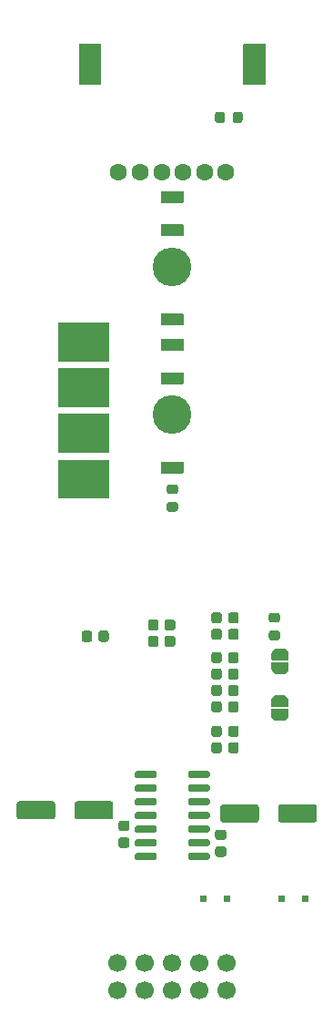
<source format=gbr>
%TF.GenerationSoftware,KiCad,Pcbnew,5.1.7-a382d34a8~88~ubuntu18.04.1*%
%TF.CreationDate,2021-10-27T00:47:39-07:00*%
%TF.ProjectId,cv-extractor,63762d65-7874-4726-9163-746f722e6b69,rev?*%
%TF.SameCoordinates,Original*%
%TF.FileFunction,Soldermask,Bot*%
%TF.FilePolarity,Negative*%
%FSLAX46Y46*%
G04 Gerber Fmt 4.6, Leading zero omitted, Abs format (unit mm)*
G04 Created by KiCad (PCBNEW 5.1.7-a382d34a8~88~ubuntu18.04.1) date 2021-10-27 00:47:39*
%MOMM*%
%LPD*%
G01*
G04 APERTURE LIST*
%ADD10C,3.600000*%
%ADD11C,1.600000*%
%ADD12C,1.700200*%
%ADD13C,0.100000*%
G04 APERTURE END LIST*
D10*
%TO.C,J2*%
X100000000Y-62750000D03*
G36*
G01*
X101050000Y-67170000D02*
X101050000Y-68170000D01*
G75*
G02*
X101000000Y-68220000I-50000J0D01*
G01*
X99000000Y-68220000D01*
G75*
G02*
X98950000Y-68170000I0J50000D01*
G01*
X98950000Y-67170000D01*
G75*
G02*
X99000000Y-67120000I50000J0D01*
G01*
X101000000Y-67120000D01*
G75*
G02*
X101050000Y-67170000I0J-50000D01*
G01*
G37*
G36*
G01*
X101050000Y-58870000D02*
X101050000Y-59870000D01*
G75*
G02*
X101000000Y-59920000I-50000J0D01*
G01*
X99000000Y-59920000D01*
G75*
G02*
X98950000Y-59870000I0J50000D01*
G01*
X98950000Y-58870000D01*
G75*
G02*
X99000000Y-58820000I50000J0D01*
G01*
X101000000Y-58820000D01*
G75*
G02*
X101050000Y-58870000I0J-50000D01*
G01*
G37*
G36*
G01*
X101050000Y-55770000D02*
X101050000Y-56770000D01*
G75*
G02*
X101000000Y-56820000I-50000J0D01*
G01*
X99000000Y-56820000D01*
G75*
G02*
X98950000Y-56770000I0J50000D01*
G01*
X98950000Y-55770000D01*
G75*
G02*
X99000000Y-55720000I50000J0D01*
G01*
X101000000Y-55720000D01*
G75*
G02*
X101050000Y-55770000I0J-50000D01*
G01*
G37*
%TD*%
%TO.C,RV1*%
G36*
G01*
X106600000Y-32050000D02*
X106600000Y-28350000D01*
G75*
G02*
X106650000Y-28300000I50000J0D01*
G01*
X108650000Y-28300000D01*
G75*
G02*
X108700000Y-28350000I0J-50000D01*
G01*
X108700000Y-32050000D01*
G75*
G02*
X108650000Y-32100000I-50000J0D01*
G01*
X106650000Y-32100000D01*
G75*
G02*
X106600000Y-32050000I0J50000D01*
G01*
G37*
D11*
X105000000Y-40200000D03*
X103000000Y-40200000D03*
X101000000Y-40200000D03*
X99000000Y-40200000D03*
X97000000Y-40200000D03*
X95000000Y-40200000D03*
G36*
G01*
X91300000Y-32050000D02*
X91300000Y-28350000D01*
G75*
G02*
X91350000Y-28300000I50000J0D01*
G01*
X93350000Y-28300000D01*
G75*
G02*
X93400000Y-28350000I0J-50000D01*
G01*
X93400000Y-32050000D01*
G75*
G02*
X93350000Y-32100000I-50000J0D01*
G01*
X91350000Y-32100000D01*
G75*
G02*
X91300000Y-32050000I0J50000D01*
G01*
G37*
%TD*%
%TO.C,C7*%
G36*
G01*
X109850000Y-100406375D02*
X109850000Y-99237625D01*
G75*
G02*
X110115625Y-98972000I265625J0D01*
G01*
X113184375Y-98972000D01*
G75*
G02*
X113450000Y-99237625I0J-265625D01*
G01*
X113450000Y-100406375D01*
G75*
G02*
X113184375Y-100672000I-265625J0D01*
G01*
X110115625Y-100672000D01*
G75*
G02*
X109850000Y-100406375I0J265625D01*
G01*
G37*
G36*
G01*
X104450000Y-100406375D02*
X104450000Y-99237625D01*
G75*
G02*
X104715625Y-98972000I265625J0D01*
G01*
X107784375Y-98972000D01*
G75*
G02*
X108050000Y-99237625I0J-265625D01*
G01*
X108050000Y-100406375D01*
G75*
G02*
X107784375Y-100672000I-265625J0D01*
G01*
X104715625Y-100672000D01*
G75*
G02*
X104450000Y-100406375I0J265625D01*
G01*
G37*
%TD*%
%TO.C,C8*%
G36*
G01*
X90900000Y-100109375D02*
X90900000Y-98940625D01*
G75*
G02*
X91165625Y-98675000I265625J0D01*
G01*
X94234375Y-98675000D01*
G75*
G02*
X94500000Y-98940625I0J-265625D01*
G01*
X94500000Y-100109375D01*
G75*
G02*
X94234375Y-100375000I-265625J0D01*
G01*
X91165625Y-100375000D01*
G75*
G02*
X90900000Y-100109375I0J265625D01*
G01*
G37*
G36*
G01*
X85500000Y-100109375D02*
X85500000Y-98940625D01*
G75*
G02*
X85765625Y-98675000I265625J0D01*
G01*
X88834375Y-98675000D01*
G75*
G02*
X89100000Y-98940625I0J-265625D01*
G01*
X89100000Y-100109375D01*
G75*
G02*
X88834375Y-100375000I-265625J0D01*
G01*
X85765625Y-100375000D01*
G75*
G02*
X85500000Y-100109375I0J265625D01*
G01*
G37*
%TD*%
%TO.C,C9*%
G36*
G01*
X104781250Y-102290500D02*
X104218750Y-102290500D01*
G75*
G02*
X103975000Y-102046750I0J243750D01*
G01*
X103975000Y-101559250D01*
G75*
G02*
X104218750Y-101315500I243750J0D01*
G01*
X104781250Y-101315500D01*
G75*
G02*
X105025000Y-101559250I0J-243750D01*
G01*
X105025000Y-102046750D01*
G75*
G02*
X104781250Y-102290500I-243750J0D01*
G01*
G37*
G36*
G01*
X104781250Y-103865500D02*
X104218750Y-103865500D01*
G75*
G02*
X103975000Y-103621750I0J243750D01*
G01*
X103975000Y-103134250D01*
G75*
G02*
X104218750Y-102890500I243750J0D01*
G01*
X104781250Y-102890500D01*
G75*
G02*
X105025000Y-103134250I0J-243750D01*
G01*
X105025000Y-103621750D01*
G75*
G02*
X104781250Y-103865500I-243750J0D01*
G01*
G37*
%TD*%
%TO.C,C10*%
G36*
G01*
X95218750Y-102050000D02*
X95781250Y-102050000D01*
G75*
G02*
X96025000Y-102293750I0J-243750D01*
G01*
X96025000Y-102781250D01*
G75*
G02*
X95781250Y-103025000I-243750J0D01*
G01*
X95218750Y-103025000D01*
G75*
G02*
X94975000Y-102781250I0J243750D01*
G01*
X94975000Y-102293750D01*
G75*
G02*
X95218750Y-102050000I243750J0D01*
G01*
G37*
G36*
G01*
X95218750Y-100475000D02*
X95781250Y-100475000D01*
G75*
G02*
X96025000Y-100718750I0J-243750D01*
G01*
X96025000Y-101206250D01*
G75*
G02*
X95781250Y-101450000I-243750J0D01*
G01*
X95218750Y-101450000D01*
G75*
G02*
X94975000Y-101206250I0J243750D01*
G01*
X94975000Y-100718750D01*
G75*
G02*
X95218750Y-100475000I243750J0D01*
G01*
G37*
%TD*%
D10*
%TO.C,J1*%
X100000000Y-49000000D03*
G36*
G01*
X101050000Y-53420000D02*
X101050000Y-54420000D01*
G75*
G02*
X101000000Y-54470000I-50000J0D01*
G01*
X99000000Y-54470000D01*
G75*
G02*
X98950000Y-54420000I0J50000D01*
G01*
X98950000Y-53420000D01*
G75*
G02*
X99000000Y-53370000I50000J0D01*
G01*
X101000000Y-53370000D01*
G75*
G02*
X101050000Y-53420000I0J-50000D01*
G01*
G37*
G36*
G01*
X101050000Y-45120000D02*
X101050000Y-46120000D01*
G75*
G02*
X101000000Y-46170000I-50000J0D01*
G01*
X99000000Y-46170000D01*
G75*
G02*
X98950000Y-46120000I0J50000D01*
G01*
X98950000Y-45120000D01*
G75*
G02*
X99000000Y-45070000I50000J0D01*
G01*
X101000000Y-45070000D01*
G75*
G02*
X101050000Y-45120000I0J-50000D01*
G01*
G37*
G36*
G01*
X101050000Y-42020000D02*
X101050000Y-43020000D01*
G75*
G02*
X101000000Y-43070000I-50000J0D01*
G01*
X99000000Y-43070000D01*
G75*
G02*
X98950000Y-43020000I0J50000D01*
G01*
X98950000Y-42020000D01*
G75*
G02*
X99000000Y-41970000I50000J0D01*
G01*
X101000000Y-41970000D01*
G75*
G02*
X101050000Y-42020000I0J-50000D01*
G01*
G37*
%TD*%
D12*
%TO.C,J3*%
X105080000Y-116270000D03*
X105080000Y-113730000D03*
X102540000Y-116270000D03*
X102540000Y-113730000D03*
X100000000Y-116270000D03*
X100000000Y-113730000D03*
X97460000Y-116270000D03*
X97460000Y-113730000D03*
X94920000Y-116270000D03*
X94920000Y-113730000D03*
%TD*%
%TO.C,R1*%
G36*
G01*
X104602000Y-93432750D02*
X104602000Y-93995250D01*
G75*
G02*
X104358250Y-94239000I-243750J0D01*
G01*
X103870750Y-94239000D01*
G75*
G02*
X103627000Y-93995250I0J243750D01*
G01*
X103627000Y-93432750D01*
G75*
G02*
X103870750Y-93189000I243750J0D01*
G01*
X104358250Y-93189000D01*
G75*
G02*
X104602000Y-93432750I0J-243750D01*
G01*
G37*
G36*
G01*
X106177000Y-93432750D02*
X106177000Y-93995250D01*
G75*
G02*
X105933250Y-94239000I-243750J0D01*
G01*
X105445750Y-94239000D01*
G75*
G02*
X105202000Y-93995250I0J243750D01*
G01*
X105202000Y-93432750D01*
G75*
G02*
X105445750Y-93189000I243750J0D01*
G01*
X105933250Y-93189000D01*
G75*
G02*
X106177000Y-93432750I0J-243750D01*
G01*
G37*
%TD*%
%TO.C,R2*%
G36*
G01*
X105202000Y-92471250D02*
X105202000Y-91908750D01*
G75*
G02*
X105445750Y-91665000I243750J0D01*
G01*
X105933250Y-91665000D01*
G75*
G02*
X106177000Y-91908750I0J-243750D01*
G01*
X106177000Y-92471250D01*
G75*
G02*
X105933250Y-92715000I-243750J0D01*
G01*
X105445750Y-92715000D01*
G75*
G02*
X105202000Y-92471250I0J243750D01*
G01*
G37*
G36*
G01*
X103627000Y-92471250D02*
X103627000Y-91908750D01*
G75*
G02*
X103870750Y-91665000I243750J0D01*
G01*
X104358250Y-91665000D01*
G75*
G02*
X104602000Y-91908750I0J-243750D01*
G01*
X104602000Y-92471250D01*
G75*
G02*
X104358250Y-92715000I-243750J0D01*
G01*
X103870750Y-92715000D01*
G75*
G02*
X103627000Y-92471250I0J243750D01*
G01*
G37*
%TD*%
%TO.C,R3*%
G36*
G01*
X105202000Y-90197250D02*
X105202000Y-89634750D01*
G75*
G02*
X105445750Y-89391000I243750J0D01*
G01*
X105933250Y-89391000D01*
G75*
G02*
X106177000Y-89634750I0J-243750D01*
G01*
X106177000Y-90197250D01*
G75*
G02*
X105933250Y-90441000I-243750J0D01*
G01*
X105445750Y-90441000D01*
G75*
G02*
X105202000Y-90197250I0J243750D01*
G01*
G37*
G36*
G01*
X103627000Y-90197250D02*
X103627000Y-89634750D01*
G75*
G02*
X103870750Y-89391000I243750J0D01*
G01*
X104358250Y-89391000D01*
G75*
G02*
X104602000Y-89634750I0J-243750D01*
G01*
X104602000Y-90197250D01*
G75*
G02*
X104358250Y-90441000I-243750J0D01*
G01*
X103870750Y-90441000D01*
G75*
G02*
X103627000Y-90197250I0J243750D01*
G01*
G37*
%TD*%
%TO.C,R4*%
G36*
G01*
X105202000Y-88673250D02*
X105202000Y-88110750D01*
G75*
G02*
X105445750Y-87867000I243750J0D01*
G01*
X105933250Y-87867000D01*
G75*
G02*
X106177000Y-88110750I0J-243750D01*
G01*
X106177000Y-88673250D01*
G75*
G02*
X105933250Y-88917000I-243750J0D01*
G01*
X105445750Y-88917000D01*
G75*
G02*
X105202000Y-88673250I0J243750D01*
G01*
G37*
G36*
G01*
X103627000Y-88673250D02*
X103627000Y-88110750D01*
G75*
G02*
X103870750Y-87867000I243750J0D01*
G01*
X104358250Y-87867000D01*
G75*
G02*
X104602000Y-88110750I0J-243750D01*
G01*
X104602000Y-88673250D01*
G75*
G02*
X104358250Y-88917000I-243750J0D01*
G01*
X103870750Y-88917000D01*
G75*
G02*
X103627000Y-88673250I0J243750D01*
G01*
G37*
%TD*%
%TO.C,R5*%
G36*
G01*
X105202000Y-87149250D02*
X105202000Y-86586750D01*
G75*
G02*
X105445750Y-86343000I243750J0D01*
G01*
X105933250Y-86343000D01*
G75*
G02*
X106177000Y-86586750I0J-243750D01*
G01*
X106177000Y-87149250D01*
G75*
G02*
X105933250Y-87393000I-243750J0D01*
G01*
X105445750Y-87393000D01*
G75*
G02*
X105202000Y-87149250I0J243750D01*
G01*
G37*
G36*
G01*
X103627000Y-87149250D02*
X103627000Y-86586750D01*
G75*
G02*
X103870750Y-86343000I243750J0D01*
G01*
X104358250Y-86343000D01*
G75*
G02*
X104602000Y-86586750I0J-243750D01*
G01*
X104602000Y-87149250D01*
G75*
G02*
X104358250Y-87393000I-243750J0D01*
G01*
X103870750Y-87393000D01*
G75*
G02*
X103627000Y-87149250I0J243750D01*
G01*
G37*
%TD*%
%TO.C,R6*%
G36*
G01*
X104602000Y-85062750D02*
X104602000Y-85625250D01*
G75*
G02*
X104358250Y-85869000I-243750J0D01*
G01*
X103870750Y-85869000D01*
G75*
G02*
X103627000Y-85625250I0J243750D01*
G01*
X103627000Y-85062750D01*
G75*
G02*
X103870750Y-84819000I243750J0D01*
G01*
X104358250Y-84819000D01*
G75*
G02*
X104602000Y-85062750I0J-243750D01*
G01*
G37*
G36*
G01*
X106177000Y-85062750D02*
X106177000Y-85625250D01*
G75*
G02*
X105933250Y-85869000I-243750J0D01*
G01*
X105445750Y-85869000D01*
G75*
G02*
X105202000Y-85625250I0J243750D01*
G01*
X105202000Y-85062750D01*
G75*
G02*
X105445750Y-84819000I243750J0D01*
G01*
X105933250Y-84819000D01*
G75*
G02*
X106177000Y-85062750I0J-243750D01*
G01*
G37*
%TD*%
%TO.C,R7*%
G36*
G01*
X105202000Y-83451250D02*
X105202000Y-82888750D01*
G75*
G02*
X105445750Y-82645000I243750J0D01*
G01*
X105933250Y-82645000D01*
G75*
G02*
X106177000Y-82888750I0J-243750D01*
G01*
X106177000Y-83451250D01*
G75*
G02*
X105933250Y-83695000I-243750J0D01*
G01*
X105445750Y-83695000D01*
G75*
G02*
X105202000Y-83451250I0J243750D01*
G01*
G37*
G36*
G01*
X103627000Y-83451250D02*
X103627000Y-82888750D01*
G75*
G02*
X103870750Y-82645000I243750J0D01*
G01*
X104358250Y-82645000D01*
G75*
G02*
X104602000Y-82888750I0J-243750D01*
G01*
X104602000Y-83451250D01*
G75*
G02*
X104358250Y-83695000I-243750J0D01*
G01*
X103870750Y-83695000D01*
G75*
G02*
X103627000Y-83451250I0J243750D01*
G01*
G37*
%TD*%
%TO.C,R8*%
G36*
G01*
X105202000Y-81927250D02*
X105202000Y-81364750D01*
G75*
G02*
X105445750Y-81121000I243750J0D01*
G01*
X105933250Y-81121000D01*
G75*
G02*
X106177000Y-81364750I0J-243750D01*
G01*
X106177000Y-81927250D01*
G75*
G02*
X105933250Y-82171000I-243750J0D01*
G01*
X105445750Y-82171000D01*
G75*
G02*
X105202000Y-81927250I0J243750D01*
G01*
G37*
G36*
G01*
X103627000Y-81927250D02*
X103627000Y-81364750D01*
G75*
G02*
X103870750Y-81121000I243750J0D01*
G01*
X104358250Y-81121000D01*
G75*
G02*
X104602000Y-81364750I0J-243750D01*
G01*
X104602000Y-81927250D01*
G75*
G02*
X104358250Y-82171000I-243750J0D01*
G01*
X103870750Y-82171000D01*
G75*
G02*
X103627000Y-81927250I0J243750D01*
G01*
G37*
%TD*%
%TO.C,U1*%
G36*
G01*
X98550000Y-96015000D02*
X98550000Y-96365000D01*
G75*
G02*
X98375000Y-96540000I-175000J0D01*
G01*
X96675000Y-96540000D01*
G75*
G02*
X96500000Y-96365000I0J175000D01*
G01*
X96500000Y-96015000D01*
G75*
G02*
X96675000Y-95840000I175000J0D01*
G01*
X98375000Y-95840000D01*
G75*
G02*
X98550000Y-96015000I0J-175000D01*
G01*
G37*
G36*
G01*
X98550000Y-97285000D02*
X98550000Y-97635000D01*
G75*
G02*
X98375000Y-97810000I-175000J0D01*
G01*
X96675000Y-97810000D01*
G75*
G02*
X96500000Y-97635000I0J175000D01*
G01*
X96500000Y-97285000D01*
G75*
G02*
X96675000Y-97110000I175000J0D01*
G01*
X98375000Y-97110000D01*
G75*
G02*
X98550000Y-97285000I0J-175000D01*
G01*
G37*
G36*
G01*
X98550000Y-98555000D02*
X98550000Y-98905000D01*
G75*
G02*
X98375000Y-99080000I-175000J0D01*
G01*
X96675000Y-99080000D01*
G75*
G02*
X96500000Y-98905000I0J175000D01*
G01*
X96500000Y-98555000D01*
G75*
G02*
X96675000Y-98380000I175000J0D01*
G01*
X98375000Y-98380000D01*
G75*
G02*
X98550000Y-98555000I0J-175000D01*
G01*
G37*
G36*
G01*
X98550000Y-99825000D02*
X98550000Y-100175000D01*
G75*
G02*
X98375000Y-100350000I-175000J0D01*
G01*
X96675000Y-100350000D01*
G75*
G02*
X96500000Y-100175000I0J175000D01*
G01*
X96500000Y-99825000D01*
G75*
G02*
X96675000Y-99650000I175000J0D01*
G01*
X98375000Y-99650000D01*
G75*
G02*
X98550000Y-99825000I0J-175000D01*
G01*
G37*
G36*
G01*
X98550000Y-101095000D02*
X98550000Y-101445000D01*
G75*
G02*
X98375000Y-101620000I-175000J0D01*
G01*
X96675000Y-101620000D01*
G75*
G02*
X96500000Y-101445000I0J175000D01*
G01*
X96500000Y-101095000D01*
G75*
G02*
X96675000Y-100920000I175000J0D01*
G01*
X98375000Y-100920000D01*
G75*
G02*
X98550000Y-101095000I0J-175000D01*
G01*
G37*
G36*
G01*
X98550000Y-102365000D02*
X98550000Y-102715000D01*
G75*
G02*
X98375000Y-102890000I-175000J0D01*
G01*
X96675000Y-102890000D01*
G75*
G02*
X96500000Y-102715000I0J175000D01*
G01*
X96500000Y-102365000D01*
G75*
G02*
X96675000Y-102190000I175000J0D01*
G01*
X98375000Y-102190000D01*
G75*
G02*
X98550000Y-102365000I0J-175000D01*
G01*
G37*
G36*
G01*
X98550000Y-103635000D02*
X98550000Y-103985000D01*
G75*
G02*
X98375000Y-104160000I-175000J0D01*
G01*
X96675000Y-104160000D01*
G75*
G02*
X96500000Y-103985000I0J175000D01*
G01*
X96500000Y-103635000D01*
G75*
G02*
X96675000Y-103460000I175000J0D01*
G01*
X98375000Y-103460000D01*
G75*
G02*
X98550000Y-103635000I0J-175000D01*
G01*
G37*
G36*
G01*
X103500000Y-103635000D02*
X103500000Y-103985000D01*
G75*
G02*
X103325000Y-104160000I-175000J0D01*
G01*
X101625000Y-104160000D01*
G75*
G02*
X101450000Y-103985000I0J175000D01*
G01*
X101450000Y-103635000D01*
G75*
G02*
X101625000Y-103460000I175000J0D01*
G01*
X103325000Y-103460000D01*
G75*
G02*
X103500000Y-103635000I0J-175000D01*
G01*
G37*
G36*
G01*
X103500000Y-102365000D02*
X103500000Y-102715000D01*
G75*
G02*
X103325000Y-102890000I-175000J0D01*
G01*
X101625000Y-102890000D01*
G75*
G02*
X101450000Y-102715000I0J175000D01*
G01*
X101450000Y-102365000D01*
G75*
G02*
X101625000Y-102190000I175000J0D01*
G01*
X103325000Y-102190000D01*
G75*
G02*
X103500000Y-102365000I0J-175000D01*
G01*
G37*
G36*
G01*
X103500000Y-101095000D02*
X103500000Y-101445000D01*
G75*
G02*
X103325000Y-101620000I-175000J0D01*
G01*
X101625000Y-101620000D01*
G75*
G02*
X101450000Y-101445000I0J175000D01*
G01*
X101450000Y-101095000D01*
G75*
G02*
X101625000Y-100920000I175000J0D01*
G01*
X103325000Y-100920000D01*
G75*
G02*
X103500000Y-101095000I0J-175000D01*
G01*
G37*
G36*
G01*
X103500000Y-99825000D02*
X103500000Y-100175000D01*
G75*
G02*
X103325000Y-100350000I-175000J0D01*
G01*
X101625000Y-100350000D01*
G75*
G02*
X101450000Y-100175000I0J175000D01*
G01*
X101450000Y-99825000D01*
G75*
G02*
X101625000Y-99650000I175000J0D01*
G01*
X103325000Y-99650000D01*
G75*
G02*
X103500000Y-99825000I0J-175000D01*
G01*
G37*
G36*
G01*
X103500000Y-98555000D02*
X103500000Y-98905000D01*
G75*
G02*
X103325000Y-99080000I-175000J0D01*
G01*
X101625000Y-99080000D01*
G75*
G02*
X101450000Y-98905000I0J175000D01*
G01*
X101450000Y-98555000D01*
G75*
G02*
X101625000Y-98380000I175000J0D01*
G01*
X103325000Y-98380000D01*
G75*
G02*
X103500000Y-98555000I0J-175000D01*
G01*
G37*
G36*
G01*
X103500000Y-97285000D02*
X103500000Y-97635000D01*
G75*
G02*
X103325000Y-97810000I-175000J0D01*
G01*
X101625000Y-97810000D01*
G75*
G02*
X101450000Y-97635000I0J175000D01*
G01*
X101450000Y-97285000D01*
G75*
G02*
X101625000Y-97110000I175000J0D01*
G01*
X103325000Y-97110000D01*
G75*
G02*
X103500000Y-97285000I0J-175000D01*
G01*
G37*
G36*
G01*
X103500000Y-96015000D02*
X103500000Y-96365000D01*
G75*
G02*
X103325000Y-96540000I-175000J0D01*
G01*
X101625000Y-96540000D01*
G75*
G02*
X101450000Y-96365000I0J175000D01*
G01*
X101450000Y-96015000D01*
G75*
G02*
X101625000Y-95840000I175000J0D01*
G01*
X103325000Y-95840000D01*
G75*
G02*
X103500000Y-96015000I0J-175000D01*
G01*
G37*
%TD*%
%TO.C,C1*%
G36*
G01*
X94100000Y-83075000D02*
X94100000Y-83625000D01*
G75*
G02*
X93850000Y-83875000I-250000J0D01*
G01*
X93350000Y-83875000D01*
G75*
G02*
X93100000Y-83625000I0J250000D01*
G01*
X93100000Y-83075000D01*
G75*
G02*
X93350000Y-82825000I250000J0D01*
G01*
X93850000Y-82825000D01*
G75*
G02*
X94100000Y-83075000I0J-250000D01*
G01*
G37*
G36*
G01*
X92550000Y-83075000D02*
X92550000Y-83625000D01*
G75*
G02*
X92300000Y-83875000I-250000J0D01*
G01*
X91800000Y-83875000D01*
G75*
G02*
X91550000Y-83625000I0J250000D01*
G01*
X91550000Y-83075000D01*
G75*
G02*
X91800000Y-82825000I250000J0D01*
G01*
X92300000Y-82825000D01*
G75*
G02*
X92550000Y-83075000I0J-250000D01*
G01*
G37*
%TD*%
%TO.C,C5*%
G36*
G01*
X98725000Y-82025000D02*
X98725000Y-82575000D01*
G75*
G02*
X98475000Y-82825000I-250000J0D01*
G01*
X97975000Y-82825000D01*
G75*
G02*
X97725000Y-82575000I0J250000D01*
G01*
X97725000Y-82025000D01*
G75*
G02*
X97975000Y-81775000I250000J0D01*
G01*
X98475000Y-81775000D01*
G75*
G02*
X98725000Y-82025000I0J-250000D01*
G01*
G37*
G36*
G01*
X100275000Y-82025000D02*
X100275000Y-82575000D01*
G75*
G02*
X100025000Y-82825000I-250000J0D01*
G01*
X99525000Y-82825000D01*
G75*
G02*
X99275000Y-82575000I0J250000D01*
G01*
X99275000Y-82025000D01*
G75*
G02*
X99525000Y-81775000I250000J0D01*
G01*
X100025000Y-81775000D01*
G75*
G02*
X100275000Y-82025000I0J-250000D01*
G01*
G37*
%TD*%
%TO.C,C6*%
G36*
G01*
X100275000Y-83550000D02*
X100275000Y-84100000D01*
G75*
G02*
X100025000Y-84350000I-250000J0D01*
G01*
X99525000Y-84350000D01*
G75*
G02*
X99275000Y-84100000I0J250000D01*
G01*
X99275000Y-83550000D01*
G75*
G02*
X99525000Y-83300000I250000J0D01*
G01*
X100025000Y-83300000D01*
G75*
G02*
X100275000Y-83550000I0J-250000D01*
G01*
G37*
G36*
G01*
X98725000Y-83550000D02*
X98725000Y-84100000D01*
G75*
G02*
X98475000Y-84350000I-250000J0D01*
G01*
X97975000Y-84350000D01*
G75*
G02*
X97725000Y-84100000I0J250000D01*
G01*
X97725000Y-83550000D01*
G75*
G02*
X97975000Y-83300000I250000J0D01*
G01*
X98475000Y-83300000D01*
G75*
G02*
X98725000Y-83550000I0J-250000D01*
G01*
G37*
%TD*%
D13*
%TO.C,JP1*%
G36*
X109200961Y-90165245D02*
G01*
X109203806Y-90155866D01*
X109208427Y-90147221D01*
X109214645Y-90139645D01*
X109222221Y-90133427D01*
X109230866Y-90128806D01*
X109240245Y-90125961D01*
X109250000Y-90125000D01*
X110750000Y-90125000D01*
X110759755Y-90125961D01*
X110769134Y-90128806D01*
X110777779Y-90133427D01*
X110785355Y-90139645D01*
X110791573Y-90147221D01*
X110796194Y-90155866D01*
X110799039Y-90165245D01*
X110800000Y-90175000D01*
X110800000Y-90675000D01*
X110799398Y-90681111D01*
X110799398Y-90699534D01*
X110799157Y-90704435D01*
X110794347Y-90753266D01*
X110793627Y-90758119D01*
X110784055Y-90806244D01*
X110782863Y-90811005D01*
X110768619Y-90857960D01*
X110766966Y-90862579D01*
X110748189Y-90907912D01*
X110746091Y-90912349D01*
X110722960Y-90955622D01*
X110720438Y-90959829D01*
X110693178Y-91000628D01*
X110690254Y-91004570D01*
X110659126Y-91042499D01*
X110655831Y-91046134D01*
X110621134Y-91080831D01*
X110617499Y-91084126D01*
X110579570Y-91115254D01*
X110575628Y-91118178D01*
X110534829Y-91145438D01*
X110530622Y-91147960D01*
X110487349Y-91171091D01*
X110482912Y-91173189D01*
X110437579Y-91191966D01*
X110432960Y-91193619D01*
X110386005Y-91207863D01*
X110381244Y-91209055D01*
X110333119Y-91218627D01*
X110328266Y-91219347D01*
X110279435Y-91224157D01*
X110274534Y-91224398D01*
X110256111Y-91224398D01*
X110250000Y-91225000D01*
X109750000Y-91225000D01*
X109743889Y-91224398D01*
X109725466Y-91224398D01*
X109720565Y-91224157D01*
X109671734Y-91219347D01*
X109666881Y-91218627D01*
X109618756Y-91209055D01*
X109613995Y-91207863D01*
X109567040Y-91193619D01*
X109562421Y-91191966D01*
X109517088Y-91173189D01*
X109512651Y-91171091D01*
X109469378Y-91147960D01*
X109465171Y-91145438D01*
X109424372Y-91118178D01*
X109420430Y-91115254D01*
X109382501Y-91084126D01*
X109378866Y-91080831D01*
X109344169Y-91046134D01*
X109340874Y-91042499D01*
X109309746Y-91004570D01*
X109306822Y-91000628D01*
X109279562Y-90959829D01*
X109277040Y-90955622D01*
X109253909Y-90912349D01*
X109251811Y-90907912D01*
X109233034Y-90862579D01*
X109231381Y-90857960D01*
X109217137Y-90811005D01*
X109215945Y-90806244D01*
X109206373Y-90758119D01*
X109205653Y-90753266D01*
X109200843Y-90704435D01*
X109200602Y-90699534D01*
X109200602Y-90681111D01*
X109200000Y-90675000D01*
X109200000Y-90175000D01*
X109200961Y-90165245D01*
G37*
G36*
X109200602Y-89368889D02*
G01*
X109200602Y-89350466D01*
X109200843Y-89345565D01*
X109205653Y-89296734D01*
X109206373Y-89291881D01*
X109215945Y-89243756D01*
X109217137Y-89238995D01*
X109231381Y-89192040D01*
X109233034Y-89187421D01*
X109251811Y-89142088D01*
X109253909Y-89137651D01*
X109277040Y-89094378D01*
X109279562Y-89090171D01*
X109306822Y-89049372D01*
X109309746Y-89045430D01*
X109340874Y-89007501D01*
X109344169Y-89003866D01*
X109378866Y-88969169D01*
X109382501Y-88965874D01*
X109420430Y-88934746D01*
X109424372Y-88931822D01*
X109465171Y-88904562D01*
X109469378Y-88902040D01*
X109512651Y-88878909D01*
X109517088Y-88876811D01*
X109562421Y-88858034D01*
X109567040Y-88856381D01*
X109613995Y-88842137D01*
X109618756Y-88840945D01*
X109666881Y-88831373D01*
X109671734Y-88830653D01*
X109720565Y-88825843D01*
X109725466Y-88825602D01*
X109743889Y-88825602D01*
X109750000Y-88825000D01*
X110250000Y-88825000D01*
X110256111Y-88825602D01*
X110274534Y-88825602D01*
X110279435Y-88825843D01*
X110328266Y-88830653D01*
X110333119Y-88831373D01*
X110381244Y-88840945D01*
X110386005Y-88842137D01*
X110432960Y-88856381D01*
X110437579Y-88858034D01*
X110482912Y-88876811D01*
X110487349Y-88878909D01*
X110530622Y-88902040D01*
X110534829Y-88904562D01*
X110575628Y-88931822D01*
X110579570Y-88934746D01*
X110617499Y-88965874D01*
X110621134Y-88969169D01*
X110655831Y-89003866D01*
X110659126Y-89007501D01*
X110690254Y-89045430D01*
X110693178Y-89049372D01*
X110720438Y-89090171D01*
X110722960Y-89094378D01*
X110746091Y-89137651D01*
X110748189Y-89142088D01*
X110766966Y-89187421D01*
X110768619Y-89192040D01*
X110782863Y-89238995D01*
X110784055Y-89243756D01*
X110793627Y-89291881D01*
X110794347Y-89296734D01*
X110799157Y-89345565D01*
X110799398Y-89350466D01*
X110799398Y-89368889D01*
X110800000Y-89375000D01*
X110800000Y-89875000D01*
X110799039Y-89884755D01*
X110796194Y-89894134D01*
X110791573Y-89902779D01*
X110785355Y-89910355D01*
X110777779Y-89916573D01*
X110769134Y-89921194D01*
X110759755Y-89924039D01*
X110750000Y-89925000D01*
X109250000Y-89925000D01*
X109240245Y-89924039D01*
X109230866Y-89921194D01*
X109222221Y-89916573D01*
X109214645Y-89910355D01*
X109208427Y-89902779D01*
X109203806Y-89894134D01*
X109200961Y-89884755D01*
X109200000Y-89875000D01*
X109200000Y-89375000D01*
X109200602Y-89368889D01*
G37*
%TD*%
%TO.C,JP2*%
G36*
X109225602Y-85018889D02*
G01*
X109225602Y-85000466D01*
X109225843Y-84995565D01*
X109230653Y-84946734D01*
X109231373Y-84941881D01*
X109240945Y-84893756D01*
X109242137Y-84888995D01*
X109256381Y-84842040D01*
X109258034Y-84837421D01*
X109276811Y-84792088D01*
X109278909Y-84787651D01*
X109302040Y-84744378D01*
X109304562Y-84740171D01*
X109331822Y-84699372D01*
X109334746Y-84695430D01*
X109365874Y-84657501D01*
X109369169Y-84653866D01*
X109403866Y-84619169D01*
X109407501Y-84615874D01*
X109445430Y-84584746D01*
X109449372Y-84581822D01*
X109490171Y-84554562D01*
X109494378Y-84552040D01*
X109537651Y-84528909D01*
X109542088Y-84526811D01*
X109587421Y-84508034D01*
X109592040Y-84506381D01*
X109638995Y-84492137D01*
X109643756Y-84490945D01*
X109691881Y-84481373D01*
X109696734Y-84480653D01*
X109745565Y-84475843D01*
X109750466Y-84475602D01*
X109768889Y-84475602D01*
X109775000Y-84475000D01*
X110275000Y-84475000D01*
X110281111Y-84475602D01*
X110299534Y-84475602D01*
X110304435Y-84475843D01*
X110353266Y-84480653D01*
X110358119Y-84481373D01*
X110406244Y-84490945D01*
X110411005Y-84492137D01*
X110457960Y-84506381D01*
X110462579Y-84508034D01*
X110507912Y-84526811D01*
X110512349Y-84528909D01*
X110555622Y-84552040D01*
X110559829Y-84554562D01*
X110600628Y-84581822D01*
X110604570Y-84584746D01*
X110642499Y-84615874D01*
X110646134Y-84619169D01*
X110680831Y-84653866D01*
X110684126Y-84657501D01*
X110715254Y-84695430D01*
X110718178Y-84699372D01*
X110745438Y-84740171D01*
X110747960Y-84744378D01*
X110771091Y-84787651D01*
X110773189Y-84792088D01*
X110791966Y-84837421D01*
X110793619Y-84842040D01*
X110807863Y-84888995D01*
X110809055Y-84893756D01*
X110818627Y-84941881D01*
X110819347Y-84946734D01*
X110824157Y-84995565D01*
X110824398Y-85000466D01*
X110824398Y-85018889D01*
X110825000Y-85025000D01*
X110825000Y-85525000D01*
X110824039Y-85534755D01*
X110821194Y-85544134D01*
X110816573Y-85552779D01*
X110810355Y-85560355D01*
X110802779Y-85566573D01*
X110794134Y-85571194D01*
X110784755Y-85574039D01*
X110775000Y-85575000D01*
X109275000Y-85575000D01*
X109265245Y-85574039D01*
X109255866Y-85571194D01*
X109247221Y-85566573D01*
X109239645Y-85560355D01*
X109233427Y-85552779D01*
X109228806Y-85544134D01*
X109225961Y-85534755D01*
X109225000Y-85525000D01*
X109225000Y-85025000D01*
X109225602Y-85018889D01*
G37*
G36*
X109225961Y-85815245D02*
G01*
X109228806Y-85805866D01*
X109233427Y-85797221D01*
X109239645Y-85789645D01*
X109247221Y-85783427D01*
X109255866Y-85778806D01*
X109265245Y-85775961D01*
X109275000Y-85775000D01*
X110775000Y-85775000D01*
X110784755Y-85775961D01*
X110794134Y-85778806D01*
X110802779Y-85783427D01*
X110810355Y-85789645D01*
X110816573Y-85797221D01*
X110821194Y-85805866D01*
X110824039Y-85815245D01*
X110825000Y-85825000D01*
X110825000Y-86325000D01*
X110824398Y-86331111D01*
X110824398Y-86349534D01*
X110824157Y-86354435D01*
X110819347Y-86403266D01*
X110818627Y-86408119D01*
X110809055Y-86456244D01*
X110807863Y-86461005D01*
X110793619Y-86507960D01*
X110791966Y-86512579D01*
X110773189Y-86557912D01*
X110771091Y-86562349D01*
X110747960Y-86605622D01*
X110745438Y-86609829D01*
X110718178Y-86650628D01*
X110715254Y-86654570D01*
X110684126Y-86692499D01*
X110680831Y-86696134D01*
X110646134Y-86730831D01*
X110642499Y-86734126D01*
X110604570Y-86765254D01*
X110600628Y-86768178D01*
X110559829Y-86795438D01*
X110555622Y-86797960D01*
X110512349Y-86821091D01*
X110507912Y-86823189D01*
X110462579Y-86841966D01*
X110457960Y-86843619D01*
X110411005Y-86857863D01*
X110406244Y-86859055D01*
X110358119Y-86868627D01*
X110353266Y-86869347D01*
X110304435Y-86874157D01*
X110299534Y-86874398D01*
X110281111Y-86874398D01*
X110275000Y-86875000D01*
X109775000Y-86875000D01*
X109768889Y-86874398D01*
X109750466Y-86874398D01*
X109745565Y-86874157D01*
X109696734Y-86869347D01*
X109691881Y-86868627D01*
X109643756Y-86859055D01*
X109638995Y-86857863D01*
X109592040Y-86843619D01*
X109587421Y-86841966D01*
X109542088Y-86823189D01*
X109537651Y-86821091D01*
X109494378Y-86797960D01*
X109490171Y-86795438D01*
X109449372Y-86768178D01*
X109445430Y-86765254D01*
X109407501Y-86734126D01*
X109403866Y-86730831D01*
X109369169Y-86696134D01*
X109365874Y-86692499D01*
X109334746Y-86654570D01*
X109331822Y-86650628D01*
X109304562Y-86609829D01*
X109302040Y-86605622D01*
X109278909Y-86562349D01*
X109276811Y-86557912D01*
X109258034Y-86512579D01*
X109256381Y-86507960D01*
X109242137Y-86461005D01*
X109240945Y-86456244D01*
X109231373Y-86408119D01*
X109230653Y-86403266D01*
X109225843Y-86354435D01*
X109225602Y-86349534D01*
X109225602Y-86331111D01*
X109225000Y-86325000D01*
X109225000Y-85825000D01*
X109225961Y-85815245D01*
G37*
%TD*%
%TO.C,R9*%
G36*
G01*
X109200000Y-82825000D02*
X109800000Y-82825000D01*
G75*
G02*
X110025000Y-83050000I0J-225000D01*
G01*
X110025000Y-83500000D01*
G75*
G02*
X109800000Y-83725000I-225000J0D01*
G01*
X109200000Y-83725000D01*
G75*
G02*
X108975000Y-83500000I0J225000D01*
G01*
X108975000Y-83050000D01*
G75*
G02*
X109200000Y-82825000I225000J0D01*
G01*
G37*
G36*
G01*
X109200000Y-81175000D02*
X109800000Y-81175000D01*
G75*
G02*
X110025000Y-81400000I0J-225000D01*
G01*
X110025000Y-81850000D01*
G75*
G02*
X109800000Y-82075000I-225000J0D01*
G01*
X109200000Y-82075000D01*
G75*
G02*
X108975000Y-81850000I0J225000D01*
G01*
X108975000Y-81400000D01*
G75*
G02*
X109200000Y-81175000I225000J0D01*
G01*
G37*
%TD*%
%TO.C,R10*%
G36*
G01*
X106525000Y-34825000D02*
X106525000Y-35425000D01*
G75*
G02*
X106300000Y-35650000I-225000J0D01*
G01*
X105850000Y-35650000D01*
G75*
G02*
X105625000Y-35425000I0J225000D01*
G01*
X105625000Y-34825000D01*
G75*
G02*
X105850000Y-34600000I225000J0D01*
G01*
X106300000Y-34600000D01*
G75*
G02*
X106525000Y-34825000I0J-225000D01*
G01*
G37*
G36*
G01*
X104875000Y-34825000D02*
X104875000Y-35425000D01*
G75*
G02*
X104650000Y-35650000I-225000J0D01*
G01*
X104200000Y-35650000D01*
G75*
G02*
X103975000Y-35425000I0J225000D01*
G01*
X103975000Y-34825000D01*
G75*
G02*
X104200000Y-34600000I225000J0D01*
G01*
X104650000Y-34600000D01*
G75*
G02*
X104875000Y-34825000I0J-225000D01*
G01*
G37*
%TD*%
%TO.C,R11*%
G36*
G01*
X99700000Y-69225000D02*
X100300000Y-69225000D01*
G75*
G02*
X100525000Y-69450000I0J-225000D01*
G01*
X100525000Y-69900000D01*
G75*
G02*
X100300000Y-70125000I-225000J0D01*
G01*
X99700000Y-70125000D01*
G75*
G02*
X99475000Y-69900000I0J225000D01*
G01*
X99475000Y-69450000D01*
G75*
G02*
X99700000Y-69225000I225000J0D01*
G01*
G37*
G36*
G01*
X99700000Y-70875000D02*
X100300000Y-70875000D01*
G75*
G02*
X100525000Y-71100000I0J-225000D01*
G01*
X100525000Y-71550000D01*
G75*
G02*
X100300000Y-71775000I-225000J0D01*
G01*
X99700000Y-71775000D01*
G75*
G02*
X99475000Y-71550000I0J225000D01*
G01*
X99475000Y-71100000D01*
G75*
G02*
X99700000Y-70875000I225000J0D01*
G01*
G37*
%TD*%
%TO.C,TP1*%
G36*
G01*
X89350000Y-70500000D02*
X89350000Y-67000000D01*
G75*
G02*
X89400000Y-66950000I50000J0D01*
G01*
X94100000Y-66950000D01*
G75*
G02*
X94150000Y-67000000I0J-50000D01*
G01*
X94150000Y-70500000D01*
G75*
G02*
X94100000Y-70550000I-50000J0D01*
G01*
X89400000Y-70550000D01*
G75*
G02*
X89350000Y-70500000I0J50000D01*
G01*
G37*
%TD*%
%TO.C,TP2*%
G36*
G01*
X89350000Y-66250000D02*
X89350000Y-62750000D01*
G75*
G02*
X89400000Y-62700000I50000J0D01*
G01*
X94100000Y-62700000D01*
G75*
G02*
X94150000Y-62750000I0J-50000D01*
G01*
X94150000Y-66250000D01*
G75*
G02*
X94100000Y-66300000I-50000J0D01*
G01*
X89400000Y-66300000D01*
G75*
G02*
X89350000Y-66250000I0J50000D01*
G01*
G37*
%TD*%
%TO.C,TP3*%
G36*
G01*
X89350000Y-62000000D02*
X89350000Y-58500000D01*
G75*
G02*
X89400000Y-58450000I50000J0D01*
G01*
X94100000Y-58450000D01*
G75*
G02*
X94150000Y-58500000I0J-50000D01*
G01*
X94150000Y-62000000D01*
G75*
G02*
X94100000Y-62050000I-50000J0D01*
G01*
X89400000Y-62050000D01*
G75*
G02*
X89350000Y-62000000I0J50000D01*
G01*
G37*
%TD*%
%TO.C,TP4*%
G36*
G01*
X89350000Y-57750000D02*
X89350000Y-54250000D01*
G75*
G02*
X89400000Y-54200000I50000J0D01*
G01*
X94100000Y-54200000D01*
G75*
G02*
X94150000Y-54250000I0J-50000D01*
G01*
X94150000Y-57750000D01*
G75*
G02*
X94100000Y-57800000I-50000J0D01*
G01*
X89400000Y-57800000D01*
G75*
G02*
X89350000Y-57750000I0J50000D01*
G01*
G37*
%TD*%
%TO.C,D1*%
G36*
G01*
X104800000Y-108000000D02*
X104800000Y-107500000D01*
G75*
G02*
X104850000Y-107450000I50000J0D01*
G01*
X105350000Y-107450000D01*
G75*
G02*
X105400000Y-107500000I0J-50000D01*
G01*
X105400000Y-108000000D01*
G75*
G02*
X105350000Y-108050000I-50000J0D01*
G01*
X104850000Y-108050000D01*
G75*
G02*
X104800000Y-108000000I0J50000D01*
G01*
G37*
G36*
G01*
X102600000Y-108000000D02*
X102600000Y-107500000D01*
G75*
G02*
X102650000Y-107450000I50000J0D01*
G01*
X103150000Y-107450000D01*
G75*
G02*
X103200000Y-107500000I0J-50000D01*
G01*
X103200000Y-108000000D01*
G75*
G02*
X103150000Y-108050000I-50000J0D01*
G01*
X102650000Y-108050000D01*
G75*
G02*
X102600000Y-108000000I0J50000D01*
G01*
G37*
%TD*%
%TO.C,D2*%
G36*
G01*
X109850000Y-108000000D02*
X109850000Y-107500000D01*
G75*
G02*
X109900000Y-107450000I50000J0D01*
G01*
X110400000Y-107450000D01*
G75*
G02*
X110450000Y-107500000I0J-50000D01*
G01*
X110450000Y-108000000D01*
G75*
G02*
X110400000Y-108050000I-50000J0D01*
G01*
X109900000Y-108050000D01*
G75*
G02*
X109850000Y-108000000I0J50000D01*
G01*
G37*
G36*
G01*
X112050000Y-108000000D02*
X112050000Y-107500000D01*
G75*
G02*
X112100000Y-107450000I50000J0D01*
G01*
X112600000Y-107450000D01*
G75*
G02*
X112650000Y-107500000I0J-50000D01*
G01*
X112650000Y-108000000D01*
G75*
G02*
X112600000Y-108050000I-50000J0D01*
G01*
X112100000Y-108050000D01*
G75*
G02*
X112050000Y-108000000I0J50000D01*
G01*
G37*
%TD*%
M02*

</source>
